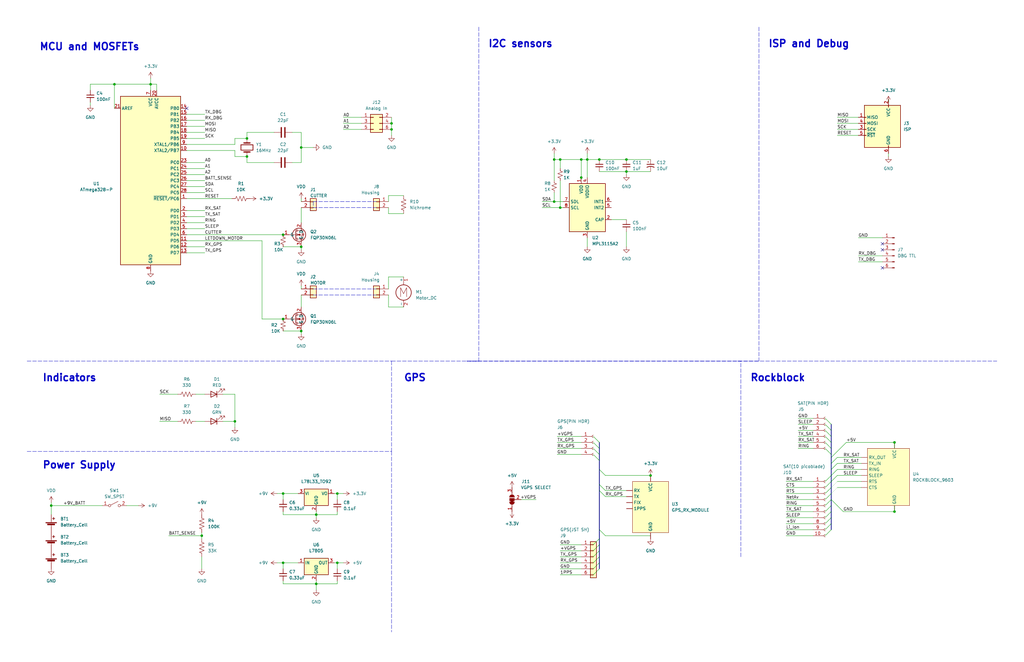
<source format=kicad_sch>
(kicad_sch (version 20211123) (generator eeschema)
  (paper "B")
  (title_block (title "${TITLE}") (date "2022-09-22") (rev "1") (company "Designed for the National Severe Storms Laboratory by Douglas Kennedy") (comment 1 "GPS and pressure sensors for geofencing, launch detection, and flight termination") (comment 2 "Rockblock satellite communicator interface for remote triggering and device configuration"))
  (junction (at 119.38 134.62))
  (junction (at 127 139.7))
  (junction (at 142.24 237.49))
  (junction (at 252.73 67.31))
  (junction (at 264.16 67.31))
  (junction (at 85.09 226.06))
  (junction (at 377.19 215.9))
  (junction (at 119.38 237.49))
  (junction (at 236.22 67.31))
  (junction (at 236.22 87.63))
  (junction (at 274.32 200.66))
  (junction (at 264.16 72.39))
  (junction (at 377.19 186.69))
  (junction (at 21.59 213.36))
  (junction (at 48.26 35.56))
  (junction (at 165.1 52.07))
  (junction (at 104.14 58.42))
  (junction (at 142.24 208.28))
  (junction (at 133.35 246.38))
  (junction (at 133.35 217.17))
  (junction (at 233.68 85.09))
  (junction (at 247.65 67.31))
  (junction (at 245.11 74.93))
  (junction (at 119.38 99.06))
  (junction (at 165.1 54.61))
  (junction (at 99.06 177.8))
  (junction (at 104.14 66.04))
  (junction (at 127 62.23))
  (junction (at 119.38 208.28))
  (junction (at 245.11 67.31))
  (junction (at 63.5 35.56))
  (junction (at 233.68 67.31))
  (junction (at 127 104.14))
  (no_connect (at 372.11 113.03))
  (no_connect (at 372.11 105.41))
  (no_connect (at 372.11 102.87))
  (no_connect (at 78.74 45.72))
  (bus_entry (at 347.98 205.74) (size 2.54 -2.54))
  (bus_entry (at 347.98 203.2) (size 2.54 -2.54))
  (bus_entry (at 347.98 220.98) (size 2.54 -2.54))
  (bus_entry (at 347.98 223.52) (size 2.54 -2.54))
  (bus_entry (at 347.98 226.06) (size 2.54 -2.54))
  (bus_entry (at 347.98 213.36) (size 2.54 -2.54))
  (bus_entry (at 347.98 215.9) (size 2.54 -2.54))
  (bus_entry (at 347.98 218.44) (size 2.54 -2.54))
  (bus_entry (at 347.98 208.28) (size 2.54 -2.54))
  (bus_entry (at 347.98 210.82) (size 2.54 -2.54))
  (bus_entry (at 350.52 210.82) (size 2.54 2.54))
  (bus_entry (at 350.52 200.66) (size 2.54 -2.54))
  (bus_entry (at 350.52 203.2) (size 2.54 -2.54))
  (bus_entry (at 347.98 189.23) (size 2.54 2.54))
  (bus_entry (at 347.98 176.53) (size 2.54 2.54))
  (bus_entry (at 347.98 181.61) (size 2.54 2.54))
  (bus_entry (at 347.98 179.07) (size 2.54 2.54))
  (bus_entry (at 347.98 184.15) (size 2.54 2.54))
  (bus_entry (at 347.98 186.69) (size 2.54 2.54))
  (bus_entry (at 350.52 198.12) (size 2.54 -2.54))
  (bus_entry (at 350.52 193.04) (size 2.54 -2.54))
  (bus_entry (at 350.52 195.58) (size 2.54 -2.54))
  (bus_entry (at 350.52 208.28) (size 2.54 -2.54) (stroke (width 0) (type dot)))
  (bus_entry (at 350.52 205.74) (size 2.54 -2.54) (stroke (width 0) (type dot)))
  (bus_entry (at 250.19 229.87) (size 2.54 -2.54))
  (bus_entry (at 250.19 232.41) (size 2.54 -2.54))
  (bus_entry (at 250.19 234.95) (size 2.54 -2.54))
  (bus_entry (at 250.19 237.49) (size 2.54 -2.54))
  (bus_entry (at 250.19 242.57) (size 2.54 -2.54))
  (bus_entry (at 250.19 240.03) (size 2.54 -2.54))
  (bus_entry (at 353.06 213.36) (size 2.54 2.54))
  (bus_entry (at 255.27 207.01) (size -2.54 -2.54))
  (bus_entry (at 255.27 209.55) (size -2.54 -2.54))
  (bus_entry (at 255.27 226.06) (size -2.54 -2.54))
  (bus_entry (at 255.27 200.66) (size -2.54 -2.54))
  (bus_entry (at 250.19 189.23) (size 2.54 2.54))
  (bus_entry (at 250.19 186.69) (size 2.54 2.54))
  (bus_entry (at 250.19 191.77) (size 2.54 2.54))
  (bus_entry (at 250.19 184.15) (size 2.54 2.54))
  (polyline (pts (xy 201.93 152.4) (xy 196.85 152.4)))
  (wire (pts (xy 236.22 87.63) (xy 237.49 87.63)))
  (wire (pts (xy 233.68 85.09) (xy 237.49 85.09)))
  (wire (pts (xy 63.5 35.56) (xy 66.04 35.56)))
  (polyline (pts (xy 132.08 121.92) (xy 158.75 121.92)))
  (bus (pts (xy 350.52 200.66) (xy 350.52 203.2)))
  (wire (pts (xy 257.81 92.71) (xy 264.16 92.71)))
  (wire (pts (xy 163.83 121.92) (xy 163.83 116.84)))
  (wire (pts (xy 78.74 48.26) (xy 86.36 48.26)))
  (wire (pts (xy 104.14 58.42) (xy 99.06 58.42)))
  (wire (pts (xy 264.16 97.79) (xy 264.16 104.14)))
  (polyline (pts (xy 196.85 152.4) (xy 320.04 152.4)))
  (wire (pts (xy 82.55 166.37) (xy 86.36 166.37)))
  (wire (pts (xy 353.06 49.53) (xy 361.95 49.53)))
  (wire (pts (xy 78.74 53.34) (xy 86.36 53.34)))
  (wire (pts (xy 245.11 67.31) (xy 247.65 67.31)))
  (wire (pts (xy 119.38 237.49) (xy 119.38 240.03)))
  (wire (pts (xy 264.16 72.39) (xy 274.32 72.39)))
  (wire (pts (xy 234.95 184.15) (xy 245.11 184.15)))
  (wire (pts (xy 53.34 213.36) (xy 58.42 213.36)))
  (polyline (pts (xy 11.43 152.4) (xy 165.1 152.4)))
  (bus (pts (xy 252.73 232.41) (xy 252.73 234.95)))
  (bus (pts (xy 252.73 194.31) (xy 252.73 198.12)))
  (wire (pts (xy 127 139.7) (xy 127 140.97)))
  (wire (pts (xy 255.27 200.66) (xy 274.32 200.66)))
  (wire (pts (xy 21.59 213.36) (xy 43.18 213.36)))
  (wire (pts (xy 163.83 90.17) (xy 170.18 90.17)))
  (wire (pts (xy 165.1 54.61) (xy 165.1 57.15)))
  (wire (pts (xy 127 105.41) (xy 127 104.14)))
  (wire (pts (xy 78.74 91.44) (xy 86.36 91.44)))
  (wire (pts (xy 236.22 242.57) (xy 245.11 242.57)))
  (wire (pts (xy 110.49 101.6) (xy 110.49 134.62)))
  (wire (pts (xy 104.14 55.88) (xy 115.57 55.88)))
  (wire (pts (xy 63.5 35.56) (xy 63.5 38.1)))
  (bus (pts (xy 350.52 189.23) (xy 350.52 191.77)))
  (wire (pts (xy 331.47 203.2) (xy 342.9 203.2)))
  (wire (pts (xy 142.24 208.28) (xy 140.97 208.28)))
  (bus (pts (xy 252.73 223.52) (xy 252.73 227.33)))
  (wire (pts (xy 78.74 78.74) (xy 86.36 78.74)))
  (wire (pts (xy 233.68 81.28) (xy 233.68 85.09)))
  (wire (pts (xy 78.74 68.58) (xy 86.36 68.58)))
  (wire (pts (xy 361.95 110.49) (xy 372.11 110.49)))
  (wire (pts (xy 133.35 215.9) (xy 133.35 217.17)))
  (wire (pts (xy 119.38 237.49) (xy 125.73 237.49)))
  (wire (pts (xy 255.27 226.06) (xy 274.32 226.06)))
  (bus (pts (xy 350.52 181.61) (xy 350.52 184.15)))
  (bus (pts (xy 350.52 195.58) (xy 350.52 198.12)))
  (wire (pts (xy 116.84 208.28) (xy 119.38 208.28)))
  (polyline (pts (xy 165.1 190.5) (xy 165.1 266.7)))
  (wire (pts (xy 353.06 195.58) (xy 363.22 195.58)))
  (wire (pts (xy 78.74 76.2) (xy 86.36 76.2)))
  (wire (pts (xy 331.47 220.98) (xy 342.9 220.98)))
  (wire (pts (xy 234.95 186.69) (xy 245.11 186.69)))
  (polyline (pts (xy 312.42 234.95) (xy 312.42 152.4)))
  (wire (pts (xy 163.83 116.84) (xy 170.18 116.84)))
  (polyline (pts (xy 132.08 124.46) (xy 158.75 124.46)))
  (wire (pts (xy 255.27 209.55) (xy 264.16 209.55)))
  (wire (pts (xy 353.06 203.2) (xy 363.22 203.2)))
  (wire (pts (xy 78.74 60.96) (xy 99.06 60.96)))
  (wire (pts (xy 127 124.46) (xy 127 129.54)))
  (wire (pts (xy 123.19 68.58) (xy 127 68.58)))
  (wire (pts (xy 163.83 87.63) (xy 163.83 90.17)))
  (wire (pts (xy 247.65 100.33) (xy 247.65 104.14)))
  (wire (pts (xy 361.95 100.33) (xy 372.11 100.33)))
  (polyline (pts (xy 201.93 11.43) (xy 201.93 152.4)))
  (wire (pts (xy 21.59 213.36) (xy 21.59 217.17)))
  (wire (pts (xy 252.73 72.39) (xy 264.16 72.39)))
  (bus (pts (xy 252.73 189.23) (xy 252.73 191.77)))
  (bus (pts (xy 252.73 234.95) (xy 252.73 237.49)))
  (wire (pts (xy 361.95 107.95) (xy 372.11 107.95)))
  (wire (pts (xy 247.65 64.77) (xy 247.65 67.31)))
  (wire (pts (xy 331.47 205.74) (xy 342.9 205.74)))
  (wire (pts (xy 331.47 215.9) (xy 342.9 215.9)))
  (wire (pts (xy 78.74 96.52) (xy 86.36 96.52)))
  (wire (pts (xy 38.1 38.1) (xy 38.1 35.56)))
  (wire (pts (xy 264.16 67.31) (xy 274.32 67.31)))
  (bus (pts (xy 350.52 179.07) (xy 350.52 181.61)))
  (wire (pts (xy 48.26 35.56) (xy 48.26 45.72)))
  (wire (pts (xy 342.9 210.82) (xy 331.47 210.82)))
  (wire (pts (xy 236.22 237.49) (xy 245.11 237.49)))
  (wire (pts (xy 133.35 218.44) (xy 133.35 217.17)))
  (bus (pts (xy 350.52 193.04) (xy 350.52 195.58)))
  (polyline (pts (xy 165.1 152.4) (xy 420.37 152.4)))
  (wire (pts (xy 234.95 189.23) (xy 245.11 189.23)))
  (wire (pts (xy 144.78 208.28) (xy 142.24 208.28)))
  (wire (pts (xy 236.22 76.2) (xy 236.22 87.63)))
  (wire (pts (xy 142.24 237.49) (xy 140.97 237.49)))
  (wire (pts (xy 233.68 76.2) (xy 233.68 67.31)))
  (wire (pts (xy 144.78 49.53) (xy 152.4 49.53)))
  (wire (pts (xy 78.74 50.8) (xy 86.36 50.8)))
  (wire (pts (xy 110.49 134.62) (xy 119.38 134.62)))
  (wire (pts (xy 99.06 63.5) (xy 99.06 66.04)))
  (wire (pts (xy 331.47 226.06) (xy 342.9 226.06)))
  (bus (pts (xy 252.73 229.87) (xy 252.73 232.41)))
  (wire (pts (xy 353.06 205.74) (xy 363.22 205.74)))
  (bus (pts (xy 350.52 198.12) (xy 350.52 200.66)))
  (wire (pts (xy 127 83.82) (xy 127 85.09)))
  (wire (pts (xy 245.11 74.93) (xy 245.11 76.2)))
  (wire (pts (xy 236.22 67.31) (xy 245.11 67.31)))
  (wire (pts (xy 38.1 43.18) (xy 38.1 44.45)))
  (wire (pts (xy 144.78 237.49) (xy 142.24 237.49)))
  (wire (pts (xy 119.38 215.9) (xy 119.38 217.17)))
  (bus (pts (xy 350.52 210.82) (xy 350.52 213.36)))
  (wire (pts (xy 236.22 67.31) (xy 236.22 71.12)))
  (bus (pts (xy 252.73 191.77) (xy 252.73 194.31)))
  (polyline (pts (xy 132.08 85.09) (xy 158.75 85.09)))
  (wire (pts (xy 353.06 190.5) (xy 356.87 186.69)))
  (wire (pts (xy 99.06 66.04) (xy 104.14 66.04)))
  (bus (pts (xy 252.73 207.01) (xy 252.73 223.52)))
  (wire (pts (xy 78.74 63.5) (xy 99.06 63.5)))
  (wire (pts (xy 99.06 166.37) (xy 99.06 177.8)))
  (wire (pts (xy 104.14 66.04) (xy 104.14 68.58)))
  (wire (pts (xy 355.6 215.9) (xy 377.19 215.9)))
  (wire (pts (xy 93.98 177.8) (xy 99.06 177.8)))
  (polyline (pts (xy 165.1 152.4) (xy 165.1 190.5)))
  (wire (pts (xy 67.31 177.8) (xy 74.93 177.8)))
  (wire (pts (xy 342.9 208.28) (xy 331.47 208.28)))
  (wire (pts (xy 142.24 208.28) (xy 142.24 210.82)))
  (wire (pts (xy 331.47 213.36) (xy 342.9 213.36)))
  (wire (pts (xy 78.74 71.12) (xy 86.36 71.12)))
  (wire (pts (xy 85.09 240.03) (xy 85.09 234.95)))
  (wire (pts (xy 66.04 35.56) (xy 66.04 38.1)))
  (wire (pts (xy 236.22 229.87) (xy 245.11 229.87)))
  (wire (pts (xy 342.9 184.15) (xy 336.55 184.15)))
  (bus (pts (xy 252.73 204.47) (xy 252.73 207.01)))
  (wire (pts (xy 116.84 237.49) (xy 119.38 237.49)))
  (wire (pts (xy 99.06 177.8) (xy 99.06 180.34)))
  (wire (pts (xy 353.06 52.07) (xy 361.95 52.07)))
  (wire (pts (xy 353.06 198.12) (xy 363.22 198.12)))
  (wire (pts (xy 233.68 64.77) (xy 233.68 67.31)))
  (wire (pts (xy 85.09 227.33) (xy 85.09 226.06)))
  (wire (pts (xy 374.65 41.91) (xy 374.65 43.18)))
  (wire (pts (xy 331.47 218.44) (xy 342.9 218.44)))
  (wire (pts (xy 377.19 186.69) (xy 377.19 189.23)))
  (bus (pts (xy 350.52 205.74) (xy 350.52 208.28)))
  (wire (pts (xy 336.55 189.23) (xy 342.9 189.23)))
  (wire (pts (xy 119.38 246.38) (xy 133.35 246.38)))
  (wire (pts (xy 38.1 35.56) (xy 48.26 35.56)))
  (wire (pts (xy 133.35 217.17) (xy 142.24 217.17)))
  (wire (pts (xy 127 62.23) (xy 127 68.58)))
  (wire (pts (xy 119.38 208.28) (xy 125.73 208.28)))
  (bus (pts (xy 350.52 191.77) (xy 350.52 193.04)))
  (wire (pts (xy 336.55 176.53) (xy 342.9 176.53)))
  (wire (pts (xy 104.14 58.42) (xy 104.14 55.88)))
  (wire (pts (xy 127 87.63) (xy 127 93.98)))
  (wire (pts (xy 353.06 193.04) (xy 363.22 193.04)))
  (wire (pts (xy 374.65 64.77) (xy 374.65 66.04)))
  (wire (pts (xy 21.59 212.09) (xy 21.59 213.36)))
  (wire (pts (xy 255.27 207.01) (xy 264.16 207.01)))
  (polyline (pts (xy 132.08 85.09) (xy 132.08 87.63)))
  (wire (pts (xy 78.74 99.06) (xy 119.38 99.06)))
  (wire (pts (xy 336.55 181.61) (xy 342.9 181.61)))
  (wire (pts (xy 233.68 67.31) (xy 236.22 67.31)))
  (wire (pts (xy 236.22 240.03) (xy 245.11 240.03)))
  (wire (pts (xy 78.74 55.88) (xy 86.36 55.88)))
  (wire (pts (xy 228.6 87.63) (xy 236.22 87.63)))
  (wire (pts (xy 82.55 177.8) (xy 86.36 177.8)))
  (wire (pts (xy 336.55 186.69) (xy 342.9 186.69)))
  (wire (pts (xy 85.09 226.06) (xy 85.09 224.79)))
  (wire (pts (xy 133.35 245.11) (xy 133.35 246.38)))
  (wire (pts (xy 119.38 208.28) (xy 119.38 210.82)))
  (wire (pts (xy 163.83 82.55) (xy 170.18 82.55)))
  (wire (pts (xy 236.22 232.41) (xy 245.11 232.41)))
  (wire (pts (xy 119.38 104.14) (xy 127 104.14)))
  (wire (pts (xy 78.74 101.6) (xy 110.49 101.6)))
  (wire (pts (xy 93.98 166.37) (xy 99.06 166.37)))
  (wire (pts (xy 142.24 237.49) (xy 142.24 240.03)))
  (wire (pts (xy 353.06 200.66) (xy 363.22 200.66)))
  (wire (pts (xy 78.74 106.68) (xy 86.36 106.68)))
  (bus (pts (xy 350.52 220.98) (xy 350.52 223.52)))
  (wire (pts (xy 78.74 83.82) (xy 97.79 83.82)))
  (wire (pts (xy 163.83 129.54) (xy 163.83 124.46)))
  (wire (pts (xy 78.74 93.98) (xy 86.36 93.98)))
  (wire (pts (xy 142.24 245.11) (xy 142.24 246.38)))
  (wire (pts (xy 119.38 139.7) (xy 127 139.7)))
  (wire (pts (xy 245.11 67.31) (xy 245.11 74.93)))
  (bus (pts (xy 252.73 237.49) (xy 252.73 240.03)))
  (polyline (pts (xy 11.43 190.5) (xy 165.1 190.5)))
  (wire (pts (xy 123.19 55.88) (xy 127 55.88)))
  (wire (pts (xy 353.06 54.61) (xy 361.95 54.61)))
  (bus (pts (xy 252.73 198.12) (xy 252.73 204.47)))
  (polyline (pts (xy 312.42 152.4) (xy 311.15 152.4)))
  (bus (pts (xy 350.52 184.15) (xy 350.52 186.69)))
  (wire (pts (xy 99.06 58.42) (xy 99.06 60.96)))
  (wire (pts (xy 78.74 73.66) (xy 86.36 73.66)))
  (wire (pts (xy 144.78 54.61) (xy 152.4 54.61)))
  (wire (pts (xy 252.73 67.31) (xy 264.16 67.31)))
  (wire (pts (xy 247.65 67.31) (xy 252.73 67.31)))
  (wire (pts (xy 356.87 186.69) (xy 377.19 186.69)))
  (wire (pts (xy 104.14 68.58) (xy 115.57 68.58)))
  (wire (pts (xy 331.47 223.52) (xy 342.9 223.52)))
  (wire (pts (xy 264.16 72.39) (xy 264.16 73.66)))
  (bus (pts (xy 350.52 208.28) (xy 350.52 210.82)))
  (bus (pts (xy 350.52 218.44) (xy 350.52 220.98)))
  (wire (pts (xy 247.65 67.31) (xy 247.65 74.93)))
  (bus (pts (xy 350.52 186.69) (xy 350.52 189.23)))
  (wire (pts (xy 127 62.23) (xy 132.08 62.23)))
  (wire (pts (xy 48.26 35.56) (xy 63.5 35.56)))
  (wire (pts (xy 165.1 49.53) (xy 165.1 52.07)))
  (bus (pts (xy 350.52 213.36) (xy 350.52 215.9)))
  (wire (pts (xy 170.18 129.54) (xy 163.83 129.54)))
  (wire (pts (xy 228.6 85.09) (xy 233.68 85.09)))
  (wire (pts (xy 234.95 191.77) (xy 245.11 191.77)))
  (wire (pts (xy 133.35 246.38) (xy 142.24 246.38)))
  (wire (pts (xy 336.55 179.07) (xy 342.9 179.07)))
  (bus (pts (xy 252.73 186.69) (xy 252.73 189.23)))
  (wire (pts (xy 377.19 213.36) (xy 377.19 215.9)))
  (wire (pts (xy 127 55.88) (xy 127 62.23)))
  (wire (pts (xy 67.31 166.37) (xy 74.93 166.37)))
  (wire (pts (xy 163.83 85.09) (xy 163.83 82.55)))
  (wire (pts (xy 119.38 217.17) (xy 133.35 217.17)))
  (wire (pts (xy 353.06 57.15) (xy 361.95 57.15)))
  (wire (pts (xy 78.74 81.28) (xy 86.36 81.28)))
  (bus (pts (xy 350.52 203.2) (xy 350.52 205.74)))
  (wire (pts (xy 236.22 234.95) (xy 245.11 234.95)))
  (wire (pts (xy 142.24 217.17) (xy 142.24 215.9)))
  (wire (pts (xy 219.71 210.82) (xy 226.06 210.82)))
  (wire (pts (xy 144.78 52.07) (xy 152.4 52.07)))
  (bus (pts (xy 350.52 215.9) (xy 350.52 218.44)))
  (polyline (pts (xy 320.04 11.43) (xy 320.04 152.4)))
  (wire (pts (xy 119.38 245.11) (xy 119.38 246.38)))
  (wire (pts (xy 63.5 33.02) (xy 63.5 35.56)))
  (polyline (pts (xy 132.08 87.63) (xy 158.75 87.63)))
  (wire (pts (xy 78.74 58.42) (xy 86.36 58.42)))
  (wire (pts (xy 165.1 52.07) (xy 165.1 54.61)))
  (wire (pts (xy 133.35 246.38) (xy 133.35 248.92)))
  (wire (pts (xy 78.74 104.14) (xy 86.36 104.14)))
  (wire (pts (xy 78.74 88.9) (xy 86.36 88.9)))
  (wire (pts (xy 127 120.65) (xy 127 121.92)))
  (bus (pts (xy 252.73 227.33) (xy 252.73 229.87)))
  (wire (pts (xy 71.12 226.06) (xy 85.09 226.06)))
  (text "GPS" (at 170.18 161.29 0) (effects (font (size 3 3) bold) (justify left bottom)))
  (text "ISP and Debug" (at 323.85 20.32 0) (effects (font (size 3 3) bold) (justify left bottom)))
  (text "Power Supply" (at 17.78 198.12 0) (effects (font (size 3 3) (thickness 0.6) bold) (justify left bottom)))
  (text "I2C sensors" (at 205.74 20.32 0) (effects (font (size 3 3) bold) (justify left bottom)))
  (text "Indicators" (at 17.78 161.29 0) (effects (font (size 3 3) (thickness 0.6) bold) (justify left bottom)))
  (text "Rockblock" (at 316.23 161.29 0) (effects (font (size 3 3) bold) (justify left bottom)))
  (text "MCU and MOSFETs" (at 16.51 21.59 0) (effects (font (size 3 3) bold) (justify left bottom)))
  (label "SLEEP" (at 86.36 96.52 0))
  (label "TX_GPS" (at 86.36 106.68 0))
  (label "SLEEP" (at 336.55 179.07 0))
  (label "NetAv" (at 331.47 210.82 0))
  (label "BATT_SENSE" (at 86.36 76.2 0))
  (label "RING" (at 355.6 198.12 0))
  (label "TX_GPS" (at 255.27 207.01 0))
  (label "TX_SAT" (at 86.36 91.44 0))
  (label "TX_DBG" (at 361.95 110.49 0))
  (label "MOSI" (at 353.06 52.07 0))
  (label "1PPS" (at 236.22 242.57 0))
  (label "MISO" (at 353.06 49.53 0))
  (label "SCL" (at 228.6 87.63 0))
  (label "+VGPS" (at 226.06 210.82 180))
  (label "SCK" (at 86.36 58.42 0))
  (label "RX_SAT" (at 355.6 193.04 0))
  (label "SCK" (at 67.31 166.37 0))
  (label "SDA" (at 86.36 78.74 0))
  (label "+VGPS" (at 234.95 184.15 0))
  (label "BATT_SENSE" (at 71.12 226.06 0))
  (label "TX_GPS" (at 236.22 234.95 0))
  (label "SCK" (at 353.06 54.61 0))
  (label "A2" (at 86.36 73.66 0))
  (label "GND" (at 336.55 176.53 0))
  (label "GND" (at 355.6 215.9 0))
  (label "Li_Ion" (at 331.47 223.52 0))
  (label "+5V" (at 331.47 220.98 0))
  (label "LETDOWN_MOTOR" (at 86.36 101.6 0))
  (label "RX_SAT" (at 331.47 203.2 0))
  (label "GND" (at 236.22 240.03 0))
  (label "RX_GPS" (at 86.36 104.14 0))
  (label "RX_GPS" (at 236.22 237.49 0))
  (label "TX_GPS" (at 234.95 186.69 0))
  (label "RTS" (at 331.47 208.28 0))
  (label "TX_SAT" (at 355.6 195.58 0))
  (label "RING" (at 86.36 93.98 0))
  (label "CTS" (at 331.47 205.74 0))
  (label "+VGPS" (at 236.22 232.41 0))
  (label "RX_DBG" (at 86.36 50.8 0))
  (label "MOSI" (at 86.36 53.34 0))
  (label "RX_GPS" (at 234.95 189.23 0))
  (label "RING" (at 336.55 189.23 0))
  (label "RESET" (at 86.36 83.82 0))
  (label "TX_DBG" (at 86.36 48.26 0))
  (label "RX_SAT" (at 86.36 88.9 0))
  (label "RX_GPS" (at 255.27 209.55 0))
  (label "RESET" (at 353.06 57.15 0))
  (label "A2" (at 144.78 54.61 0))
  (label "A0" (at 144.78 49.53 0))
  (label "SLEEP" (at 331.47 218.44 0))
  (label "SDA" (at 228.6 85.09 0))
  (label "MISO" (at 67.31 177.8 0))
  (label "RX_SAT" (at 336.55 186.69 0))
  (label "TX_SAT" (at 336.55 184.15 0))
  (label "+9V_BATT" (at 26.67 213.36 0))
  (label "TX_SAT" (at 331.47 215.9 0))
  (label "+5V" (at 336.55 181.61 0))
  (label "RING" (at 331.47 213.36 0))
  (label "GND" (at 361.95 100.33 0))
  (label "A1" (at 86.36 71.12 0))
  (label "GND" (at 236.22 229.87 0))
  (label "CUTTER" (at 86.36 99.06 0))
  (label "SLEEP" (at 355.6 200.66 0))
  (label "MISO" (at 86.36 55.88 0))
  (label "RX_DBG" (at 361.95 107.95 0))
  (label "+5V" (at 356.87 186.69 0))
  (label "GND" (at 234.95 191.77 0))
  (label "GND" (at 331.47 226.06 0))
  (label "A0" (at 86.36 68.58 0))
  (label "SCL" (at 86.36 81.28 0))
  (label "A1" (at 144.78 52.07 0))
  (symbol (lib_id "power:GND") (at 133.35 218.44 0) (unit 1)
    (property "Reference" "#PWR0109" (effects hide))
    (property "Value" "GND" (at 133.35 223.52 0))
  )
  (symbol (lib_id "power:+3.3V") (at 144.78 208.28 270) (unit 1)
    (property "Reference" "#PWR0106" (effects hide))
    (property "Value" "+3.3V" (at 148.59 208.2799 90) (effects (justify left)))
  )
  (symbol (lib_id "power:GND") (at 99.06 180.34 0) (unit 1)
    (property "Reference" "#PWR0121" (effects hide))
    (property "Value" "GND" (at 99.06 185.42 0))
  )
  (symbol (lib_id "Connector:Conn_01x06_Male") (at 377.19 105.41 0) (mirror y) (unit 1)
    (property "Reference" "J7" (at 378.46 105.4099 0) (effects (justify right)))
    (property "Value" "DBG TTL" (at 378.46 107.9499 0) (effects (justify right)))
    (property "Footprint" "Connector_PinHeader_2.54mm:PinHeader_1x06_P2.54mm_Vertical" (effects hide))
  )
  (symbol (lib_id "power:VDD") (at 127 83.82 0) (unit 1)
    (property "Reference" "#PWR0102" (effects hide))
    (property "Value" "VDD" (at 127 78.74 0))
  )
  (symbol (lib_id "power:GND") (at 274.32 227.33 0) (unit 1)
    (property "Reference" "#PWR0113" (effects hide))
    (property "Value" "GND" (at 274.32 232.41 0))
  )
  (symbol (lib_id "Device:R_Small_US") (at 236.22 73.66 180) (unit 1)
    (property "Reference" "R9" (at 237.5687 72.4251 0) (effects (justify right)))
    (property "Value" "1K" (at 237.5687 74.9651 0) (effects (justify right)))
    (property "Footprint" "Resistor_THT:R_Axial_DIN0204_L3.6mm_D1.6mm_P7.62mm_Horizontal" (effects hide))
  )
  (symbol (lib_id "Device:C") (at 119.38 68.58 90) (unit 1)
    (property "Reference" "C2" (at 119.38 60.96 90))
    (property "Value" "22pF" (at 119.38 63.5 90))
    (property "Footprint" "Capacitor_THT:C_Disc_D4.7mm_W2.5mm_P5.00mm" (effects hide))
    (property "Datasheet" "https://www.farnell.com/datasheets/2873573.pdf" (effects hide))
  )
  (symbol (lib_id "Connector_Generic:Conn_01x02") (at 132.08 85.09 0) (unit 1)
    (property "Reference" "J1" (at 130.81 80.01 0) (effects (justify left)))
    (property "Value" "CUTTER" (at 130.81 82.55 0) (effects (justify left)))
    (property "Footprint" "Connector_JST:JST_XH_B2B-XH-A_1x02_P2.50mm_Vertical" (effects hide))
  )
  (symbol (lib_id "Device:R_Small_US") (at 233.68 78.74 180) (unit 1)
    (property "Reference" "R8" (at 229.5403 77.4117 0) (effects (justify right)))
    (property "Value" "1K" (at 229.5403 79.9517 0) (effects (justify right)))
    (property "Footprint" "Resistor_THT:R_Axial_DIN0204_L3.6mm_D1.6mm_P7.62mm_Horizontal" (effects hide))
  )
  (symbol (lib_id "Jumper:SolderJumper_3_Bridged12") (at 215.9 210.82 90) (unit 1)
    (property "Reference" "J11" (at 223.52 203.2 90) (effects (justify left)))
    (property "Value" "VGPS SELECT" (at 232.41 205.74 90) (effects (justify left)))
    (property "Footprint" "Jumper:SolderJumper-3_P1.3mm_Bridged12_RoundedPad1.0x1.5mm" (effects hide))
  )
  (symbol (lib_id "power:+3.3V") (at 105.41 83.82 270) (unit 1)
    (property "Reference" "#PWR03" (effects hide))
    (property "Value" "+3.3V" (at 109.2041 83.8199 90) (effects (justify left)))
  )
  (symbol (lib_id "Connector_Generic:Conn_01x02") (at 132.08 121.92 0) (unit 1)
    (property "Reference" "J2" (at 130.81 116.84 0) (effects (justify left)))
    (property "Value" "MOTOR" (at 130.81 119.38 0) (effects (justify left)))
    (property "Footprint" "Connector_JST:JST_XH_B2B-XH-A_1x02_P2.50mm_Vertical" (effects hide))
  )
  (symbol (lib_id "Device:R_US") (at 85.09 220.98 0) (unit 1)
    (property "Reference" "R4" (at 87.63 219.7099 0) (effects (justify left)))
    (property "Value" "100K" (at 87.63 222.2499 0) (effects (justify left)))
    (property "Footprint" "Resistor_THT:R_Axial_DIN0204_L3.6mm_D1.6mm_P7.62mm_Horizontal" (effects hide))
  )
  (symbol (lib_id "Switch:SW_SPST") (at 48.26 213.36 0) (unit 1)
    (property "Reference" "SW1" (at 48.26 207.01 0))
    (property "Value" "SW_SPST" (at 48.26 209.55 0))
    (property "Footprint" "Connector_JST:JST_XH_B2B-XH-A_1x02_P2.50mm_Vertical" (effects hide))
  )
  (symbol (lib_id "Device:C_Small") (at 142.24 213.36 180) (unit 1)
    (property "Reference" "C8" (at 144.78 212.0835 0) (effects (justify right)))
    (property "Value" "0.1uF" (at 144.78 214.6235 0) (effects (justify right)))
    (property "Footprint" "Capacitor_THT:C_Axial_L5.1mm_D3.1mm_P7.50mm_Horizontal" (effects hide))
  )
  (symbol (lib_id "Doug_symbol_library:FQP30N06L") (at 125.73 99.06 0) (unit 1)
    (property "Reference" "Q2" (at 130.81 97.7899 0) (effects (justify left)))
    (property "Value" "FQP30N06L" (at 130.81 100.3299 0) (effects (justify left)))
    (property "Footprint" "Package_TO_SOT_THT:TO-220-3_Horizontal_TabDown" (effects hide))
  )
  (symbol (lib_id "Connector_Generic:Conn_01x02") (at 158.75 121.92 0) (mirror y) (unit 1) (in_bom no) (on_board no)
    (property "Reference" "J4" (at 158.75 115.57 0))
    (property "Value" "Housing" (at 156.21 118.11 0))
  )
  (symbol (lib_id "Device:C_Small") (at 252.73 69.85 0) (unit 1)
    (property "Reference" "C10" (at 255.27 68.5862 0) (effects (justify left)))
    (property "Value" "100nF" (at 255.27 71.1262 0) (effects (justify left)))
    (property "Footprint" "Capacitor_THT:C_Axial_L5.1mm_D3.1mm_P7.50mm_Horizontal" (effects hide))
  )
  (symbol (lib_id "power:VDD") (at 127 120.65 0) (unit 1)
    (property "Reference" "#PWR0101" (effects hide))
    (property "Value" "VDD" (at 127 115.57 0))
  )
  (symbol (lib_id "Device:R_US") (at 170.18 86.36 0) (unit 1) (in_bom no) (on_board no)
    (property "Reference" "R10" (at 172.72 85.0899 0) (effects (justify left)))
    (property "Value" "Nichrome" (at 172.72 87.6299 0) (effects (justify left)))
  )
  (symbol (lib_id "Device:R_US") (at 85.09 231.14 0) (unit 1)
    (property "Reference" "R5" (at 87.63 229.8699 0) (effects (justify left)))
    (property "Value" "33K" (at 87.63 232.4099 0) (effects (justify left)))
    (property "Footprint" "Resistor_THT:R_Axial_DIN0204_L3.6mm_D1.6mm_P7.62mm_Horizontal" (effects hide))
    (property "Datasheet" "Resistor_THT:R_Axial_DIN0309_L9.0mm_D3.2mm_P12.70mm_Horizontal" (effects hide))
  )
  (symbol (lib_id "power:GND") (at 127 105.41 0) (unit 1)
    (property "Reference" "#PWR05" (effects hide))
    (property "Value" "GND" (at 127 110.49 0))
  )
  (symbol (lib_id "Connector_Generic:Conn_01x02") (at 158.75 85.09 0) (mirror y) (unit 1) (in_bom no) (on_board no)
    (property "Reference" "J8" (at 158.75 78.74 0))
    (property "Value" "Housing" (at 156.21 81.28 0))
  )
  (symbol (lib_id "Device:Battery_Cell") (at 21.59 222.25 0) (unit 1)
    (property "Reference" "BT1" (at 25.4 218.9479 0) (effects (justify left)))
    (property "Value" "Battery_Cell" (at 25.4 221.4879 0) (effects (justify left)))
    (property "Footprint" "doug_Library:BatteryHolder_Keystone_1051_1xCR123A" (effects hide))
  )
  (symbol (lib_id "Device:C_Small") (at 119.38 213.36 180) (unit 1)
    (property "Reference" "C6" (at 121.92 212.0835 0) (effects (justify right)))
    (property "Value" "0.33uF" (at 121.92 214.6235 0) (effects (justify right)))
    (property "Footprint" "Capacitor_THT:C_Axial_L5.1mm_D3.1mm_P7.50mm_Horizontal" (effects hide))
    (property "Datasheet" "https://datasheets.kyocera-avx.com/spingrd.pdf" (effects hide))
  )
  (symbol (lib_id "power:+9V") (at 85.09 217.17 0) (unit 1)
    (property "Reference" "#PWR0110" (effects hide))
    (property "Value" "+9V" (at 85.09 212.09 0))
  )
  (symbol (lib_id "power:GND") (at 67.31 -54.61 0) (unit 1)
    (property "Reference" "#PWR0127" (effects hide))
    (property "Value" "GND" (at 67.31 -48.26 0))
  )
  (symbol (lib_id "power:GND") (at 264.16 73.66 0) (unit 1)
    (property "Reference" "#PWR0122" (effects hide))
    (property "Value" "GND" (at 264.16 78.74 0))
  )
  (symbol (lib_id "Device:C_Small") (at 264.16 69.85 0) (unit 1)
    (property "Reference" "C11" (at 266.7 68.5862 0) (effects (justify left)))
    (property "Value" "1uF" (at 266.7 71.1262 0) (effects (justify left)))
    (property "Footprint" "Capacitor_THT:C_Axial_L5.1mm_D3.1mm_P7.50mm_Horizontal" (effects hide))
    (property "Datasheet" "https://www.digikey.com/en/products/detail/kemet/C410C105K3R5TA/12701220" (effects hide))
  )
  (symbol (lib_id "power:+9V") (at 116.84 237.49 90) (unit 1)
    (property "Reference" "#PWR0105" (effects hide))
    (property "Value" "+9V" (at 113.03 237.4899 90) (effects (justify left)))
  )
  (symbol (lib_id "power:+3.3V") (at 63.5 33.02 0) (unit 1)
    (property "Reference" "#PWR01" (effects hide))
    (property "Value" "+3.3V" (at 63.5 27.94 0))
  )
  (symbol (lib_id "Device:C_Small") (at 119.38 242.57 180) (unit 1)
    (property "Reference" "C7" (at 121.92 241.2935 0) (effects (justify right)))
    (property "Value" "0.33uF" (at 121.92 243.8335 0) (effects (justify right)))
    (property "Footprint" "Capacitor_THT:C_Axial_L5.1mm_D3.1mm_P7.50mm_Horizontal" (effects hide))
    (property "Datasheet" "https://datasheets.kyocera-avx.com/spingrd.pdf" (effects hide))
  )
  (symbol (lib_id "power:GND") (at 21.59 240.03 0) (unit 1)
    (property "Reference" "#PWR0103" (effects hide))
    (property "Value" "GND" (at 21.59 245.11 0))
  )
  (symbol (lib_id "Device:LED") (at 90.17 177.8 180) (unit 1)
    (property "Reference" "D2" (at 91.44 171.45 0))
    (property "Value" "GRN" (at 91.44 173.99 0))
    (property "Footprint" "LED_THT:LED_D3.0mm" (effects hide))
  )
  (symbol (lib_id "Device:R_US") (at 78.74 177.8 90) (unit 1)
    (property "Reference" "R7" (at 78.74 171.45 90))
    (property "Value" "330" (at 78.74 173.99 90))
    (property "Footprint" "Resistor_THT:R_Axial_DIN0204_L3.6mm_D1.6mm_P7.62mm_Horizontal" (effects hide))
  )
  (symbol (lib_id "power:VDD") (at 21.59 212.09 0) (unit 1)
    (property "Reference" "#PWR0114" (effects hide))
    (property "Value" "VDD" (at 21.59 207.01 0))
  )
  (symbol (lib_id "Motor:Motor_DC") (at 170.18 121.92 0) (unit 1) (on_board no)
    (property "Reference" "M1" (at 175.26 123.1899 0) (effects (justify left)))
    (property "Value" "Motor_DC" (at 175.26 125.7299 0) (effects (justify left)))
  )
  (symbol (lib_id "power:+3.3V") (at 247.65 64.77 0) (unit 1)
    (property "Reference" "#PWR0117" (effects hide))
    (property "Value" "+3.3V" (at 247.65 59.69 0))
  )
  (symbol (lib_id "power:GND") (at 63.5 114.3 0) (unit 1)
    (property "Reference" "#PWR02" (effects hide))
    (property "Value" "GND" (at 63.5 119.38 0))
  )
  (symbol (lib_id "MCU_Microchip_ATmega:ATmega328-P") (at 63.5 76.2 0) (unit 1)
    (property "Reference" "U1" (at 40.64 77.47 0))
    (property "Value" "ATmega328-P" (at 40.64 80.01 0))
    (property "Footprint" "Package_DIP:DIP-28_W7.62mm" (effects hide))
    (property "Datasheet" "http://ww1.microchip.com/downloads/en/DeviceDoc/ATmega328_P%20AVR%20MCU%20with%20picoPower%20Technology%20Data%20Sheet%2040001984A.pdf" (effects hide))
  )
  (symbol (lib_id "Device:R_Small_US") (at 119.38 137.16 0) (unit 1)
    (property "Reference" "R2" (at 114.3 137.16 0) (effects (justify left)))
    (property "Value" "10K" (at 114.3 139.7 0) (effects (justify left)))
    (property "Footprint" "Resistor_THT:R_Axial_DIN0204_L3.6mm_D1.6mm_P7.62mm_Horizontal" (effects hide))
  )
  (symbol (lib_id "power:+5V") (at 215.9 205.74 0) (unit 1)
    (property "Reference" "#PWR0120" (effects hide))
    (property "Value" "+5V" (at 215.9 200.66 0))
  )
  (symbol (lib_id "power:+3.3V") (at 233.68 64.77 0) (unit 1)
    (property "Reference" "#PWR07" (effects hide))
    (property "Value" "+3.3V" (at 233.68 59.69 0))
  )
  (symbol (lib_id "Device:R_Small_US") (at 119.38 101.6 0) (unit 1)
    (property "Reference" "R3" (at 115.57 102.87 0) (effects (justify left)))
    (property "Value" "10K" (at 115.57 105.41 0) (effects (justify left)))
    (property "Footprint" "Resistor_THT:R_Axial_DIN0204_L3.6mm_D1.6mm_P7.62mm_Horizontal" (effects hide))
  )
  (symbol (lib_id "power:GND") (at 165.1 57.15 0) (unit 1)
    (property "Reference" "#PWR0126" (effects hide))
    (property "Value" "GND" (at 165.1 62.23 0))
  )
  (symbol (lib_id "Device:C_Small") (at 38.1 40.64 0) (unit 1)
    (property "Reference" "C4" (at 40.64 39.3762 0) (effects (justify left)))
    (property "Value" "100nF" (at 40.64 41.9162 0) (effects (justify left)))
    (property "Footprint" "Capacitor_THT:C_Axial_L5.1mm_D3.1mm_P7.50mm_Horizontal" (effects hide))
    (property "Datasheet" "A104M15X7RF5TAA" (effects hide))
  )
  (symbol (lib_id "Device:Battery_Cell") (at 21.59 229.87 0) (unit 1)
    (property "Reference" "BT2" (at 25.4 226.5679 0) (effects (justify left)))
    (property "Value" "Battery_Cell" (at 25.4 229.1079 0) (effects (justify left)))
    (property "Footprint" "doug_Library:BatteryHolder_Keystone_1051_1xCR123A" (effects hide))
  )
  (symbol (lib_id "Device:C_Small") (at 264.16 95.25 0) (unit 1)
    (property "Reference" "C5" (at 266.7 93.9862 0) (effects (justify left)))
    (property "Value" "100nF" (at 266.7 96.5262 0) (effects (justify left)))
    (property "Footprint" "Capacitor_THT:C_Axial_L5.1mm_D3.1mm_P7.50mm_Horizontal" (effects hide))
  )
  (symbol (lib_id "power:GND") (at 247.65 104.14 0) (unit 1)
    (property "Reference" "#PWR08" (effects hide))
    (property "Value" "GND" (at 247.65 109.22 0))
  )
  (symbol (lib_id "Device:C") (at 119.38 55.88 90) (unit 1)
    (property "Reference" "C1" (at 119.38 48.26 90))
    (property "Value" "22pF" (at 119.38 50.8 90))
    (property "Footprint" "Capacitor_THT:C_Disc_D4.7mm_W2.5mm_P5.00mm" (effects hide))
    (property "Datasheet" "https://www.farnell.com/datasheets/2873573.pdf" (effects hide))
  )
  (symbol (lib_id "Sensor_Pressure:MPL3115A2") (at 247.65 87.63 0) (unit 1)
    (property "Reference" "U2" (at 249.6694 100.33 0) (effects (justify left)))
    (property "Value" "MPL3115A2" (at 249.6694 102.87 0) (effects (justify left)))
    (property "Footprint" "Package_LGA:NXP_LGA-8_3x5mm_P1.25mm_H1.1mm" (effects hide))
    (property "Datasheet" "https://www.nxp.com/docs/en/data-sheet/MPL3115A2.pdf" (effects hide))
  )
  (symbol (lib_id "power:GND") (at 133.35 248.92 0) (unit 1)
    (property "Reference" "#PWR0107" (effects hide))
    (property "Value" "GND" (at 133.35 254 0))
  )
  (symbol (lib_id "power:GND") (at 38.1 44.45 0) (unit 1)
    (property "Reference" "#PWR0119" (effects hide))
    (property "Value" "GND" (at 38.1 49.53 0))
  )
  (symbol (lib_id "Connector:Conn_01x10_Female") (at 347.98 213.36 0) (unit 1)
    (property "Reference" "J10" (at 330.2 199.39 0) (effects (justify left)))
    (property "Value" "SAT(10 picoblade)" (at 330.2 196.85 0) (effects (justify left)))
    (property "Footprint" "Connector_Molex:Molex_PicoBlade_53047-1010_1x10_P1.25mm_Vertical" (effects hide))
  )
  (symbol (lib_id "power:+9V") (at 116.84 208.28 90) (unit 1)
    (property "Reference" "#PWR0104" (effects hide))
    (property "Value" "+9V" (at 113.03 208.2799 90) (effects (justify left)))
  )
  (symbol (lib_id "Regulator_Linear:L78L33_TO92") (at 133.35 208.28 0) (unit 1)
    (property "Reference" "U5" (at 133.35 200.66 0))
    (property "Value" "L78L33_TO92" (at 133.35 203.2 0))
    (property "Footprint" "Package_TO_SOT_THT:TO-92_Inline" (effects hide))
    (property "Datasheet" "http://www.st.com/content/ccc/resource/technical/document/datasheet/15/55/e5/aa/23/5b/43/fd/CD00000446.pdf/files/CD00000446.pdf/jcr:content/translations/en.CD00000446.pdf" (effects hide))
  )
  (symbol (lib_id "Device:Crystal") (at 104.14 62.23 90) (unit 1)
    (property "Reference" "Y1" (at 107.9148 60.9599 90) (effects (justify right)))
    (property "Value" "16MHz" (at 107.9148 63.4999 90) (effects (justify right)))
    (property "Footprint" "Crystal:Crystal_HC49-4H_Vertical" (effects hide))
    (property "Datasheet" "https://www.mouser.com/datasheet/2/77/HC_49_U_S_E-1131675.pdf" (effects hide))
  )
  (symbol (lib_id "Regulator_Linear:L7805") (at 133.35 237.49 0) (unit 1)
    (property "Reference" "U6" (at 133.35 229.87 0))
    (property "Value" "L7805" (at 133.35 232.41 0))
    (property "Footprint" "Package_TO_SOT_THT:TO-220-3_Horizontal_TabDown" (effects hide))
    (property "Datasheet" "http://www.st.com/content/ccc/resource/technical/document/datasheet/41/4f/b3/b0/12/d4/47/88/CD00000444.pdf/files/CD00000444.pdf/jcr:content/translations/en.CD00000444.pdf" (effects hide))
  )
  (symbol (lib_id "power:GND") (at 374.65 66.04 0) (unit 1)
    (property "Reference" "#PWR0116" (effects hide))
    (property "Value" "GND" (at 374.65 71.12 0))
  )
  (symbol (lib_id "power:+3.3V") (at 374.65 43.18 0) (unit 1)
    (property "Reference" "#PWR0115" (effects hide))
    (property "Value" "+3.3V" (at 374.65 38.1 0))
  )
  (symbol (lib_id "Device:R_US") (at 78.74 166.37 90) (unit 1)
    (property "Reference" "R6" (at 78.74 160.02 90))
    (property "Value" "330" (at 78.74 162.56 90))
    (property "Footprint" "Resistor_THT:R_Axial_DIN0204_L3.6mm_D1.6mm_P7.62mm_Horizontal" (effects hide))
  )
  (symbol (lib_id "Connector:Conn_01x04_Female") (at 250.19 186.69 0) (unit 1)
    (property "Reference" "J6" (at 234.95 180.34 0) (effects (justify left)))
    (property "Value" "GPS(PIN HDR)" (at 234.95 177.8 0) (effects (justify left)))
    (property "Footprint" "Connector_PinHeader_2.54mm:PinHeader_1x04_P2.54mm_Vertical" (effects hide))
  )
  (symbol (lib_id "Doug_symbol_library:FQP30N06L") (at 125.73 134.62 0) (unit 1)
    (property "Reference" "Q1" (at 130.81 133.3499 0) (effects (justify left)))
    (property "Value" "FQP30N06L" (at 130.81 135.8899 0) (effects (justify left)))
    (property "Footprint" "Package_TO_SOT_THT:TO-220-3_Horizontal_TabDown" (effects hide))
  )
  (symbol (lib_id "power:+3.3V") (at 274.32 200.66 0) (unit 1)
    (property "Reference" "#PWR0112" (effects hide))
    (property "Value" "+3.3V" (at 274.32 195.58 0))
  )
  (symbol (lib_id "Device:LED") (at 90.17 166.37 180) (unit 1)
    (property "Reference" "D1" (at 91.44 160.02 0))
    (property "Value" "RED" (at 91.44 162.56 0))
    (property "Footprint" "LED_THT:LED_D3.0mm" (effects hide))
  )
  (symbol (lib_id "Device:C_Small") (at 142.24 242.57 180) (unit 1)
    (property "Reference" "C9" (at 144.78 241.2935 0) (effects (justify right)))
    (property "Value" "0.1uF" (at 144.78 243.8335 0) (effects (justify right)))
    (property "Footprint" "Capacitor_THT:C_Axial_L5.1mm_D3.1mm_P7.50mm_Horizontal" (effects hide))
  )
  (symbol (lib_id "Connector:Conn_01x06_Female") (at 347.98 181.61 0) (unit 1)
    (property "Reference" "J5" (at 337.82 172.72 0))
    (property "Value" "SAT(PIN HDR)" (at 342.9 170.18 0))
    (property "Footprint" "Connector_PinHeader_2.54mm:PinHeader_1x06_P2.54mm_Vertical" (effects hide))
  )
  (symbol (lib_id "power:GND") (at 127 140.97 0) (unit 1)
    (property "Reference" "#PWR04" (effects hide))
    (property "Value" "GND" (at 127 146.0245 0))
  )
  (symbol (lib_id "Device:Battery_Cell") (at 21.59 237.49 0) (unit 1)
    (property "Reference" "BT3" (at 25.4 234.1879 0) (effects (justify left)))
    (property "Value" "Battery_Cell" (at 25.4 236.7279 0) (effects (justify left)))
    (property "Footprint" "doug_Library:BatteryHolder_Keystone_1051_1xCR123A" (effects hide))
  )
  (symbol (lib_id "power:+3.3V") (at 215.9 215.9 180) (unit 1)
    (property "Reference" "#PWR0124" (effects hide))
    (property "Value" "+3.3V" (at 215.9 220.98 0))
  )
  (symbol (lib_id "power:GND") (at 264.16 104.14 0) (unit 1)
    (property "Reference" "#PWR0118" (effects hide))
    (property "Value" "GND" (at 264.16 109.22 0))
  )
  (symbol (lib_id "power:+9V") (at 58.42 213.36 270) (unit 1)
    (property "Reference" "#PWR0123" (effects hide))
    (property "Value" "+9V" (at 62.23 213.3599 90) (effects (justify left)))
  )
  (symbol (lib_id "Device:C_Polarized_Small_US") (at 274.32 69.85 0) (unit 1)
    (property "Reference" "C12" (at 276.86 68.58 0) (effects (justify left)))
    (property "Value" "10uF" (at 276.86 71.12 0) (effects (justify left)))
    (property "Footprint" "Capacitor_THT:CP_Radial_D5.0mm_P2.00mm" (effects hide))
    (property "Datasheet" "https://www.rubycon.co.jp/wp-content/uploads/catalog-aluminum/YXF.pdf" (effects hide))
  )
  (symbol (lib_id "Doug_symbol_library:GPS_RXVR_TTL") (at 266.7 224.79 0) (unit 1) (on_board no)
    (property "Reference" "U3" (at 283.21 212.7249 0) (effects (justify left)))
    (property "Value" "GPS_RX_MODULE" (at 283.21 215.2649 0) (effects (justify left)))
  )
  (symbol (lib_id "power:GND") (at 85.09 240.03 0) (unit 1)
    (property "Reference" "#PWR0111" (effects hide))
    (property "Value" "GND" (at 85.09 245.11 0))
  )
  (symbol (lib_id "power:+5V") (at 144.78 237.49 270) (unit 1)
    (property "Reference" "#PWR0108" (effects hide))
    (property "Value" "+5V" (at 148.59 237.4899 90) (effects (justify left)))
  )
  (symbol (lib_id "Device:R_US") (at 101.6 83.82 270) (unit 1)
    (property "Reference" "R1" (at 101.6 77.47 90))
    (property "Value" "10K" (at 101.6 80.01 90))
    (property "Footprint" "Resistor_THT:R_Axial_DIN0204_L3.6mm_D1.6mm_P7.62mm_Horizontal" (effects hide))
    (property "Datasheet" "https://www.farnell.com/datasheets/2861447.pdf" (effects hide))
  )
  (symbol (lib_id "Connector_Generic:Conn_02x03_Odd_Even") (at 157.48 52.07 0) (unit 1)
    (property "Reference" "J12" (at 158.75 43.18 0))
    (property "Value" "Analog In" (at 158.75 45.72 0))
    (property "Footprint" "Connector_PinHeader_2.54mm:PinHeader_2x03_P2.54mm_Vertical" (effects hide))
  )
  (symbol (lib_id "Connector:AVR-ISP-6") (at 372.11 54.61 0) (mirror y) (unit 1)
    (property "Reference" "J3" (at 381 52.0699 0) (effects (justify right)))
    (property "Value" "ISP" (at 381 54.6099 0) (effects (justify right)))
    (property "Footprint" "Connector_PinHeader_2.54mm:PinHeader_2x03_P2.54mm_Vertical" (effects hide))
    (property "Datasheet" " ~" (effects hide))
  )
  (symbol (lib_id "power:GND") (at 132.08 62.23 90) (unit 1)
    (property "Reference" "#PWR06" (effects hide))
    (property "Value" "GND" (at 135.89 62.2299 90) (effects (justify right)))
  )
  (symbol (lib_id "Connector_Generic:Conn_01x06") (at 250.19 234.95 0) (unit 1)
    (property "Reference" "J9" (at 236.22 226.06 0) (effects (justify left)))
    (property "Value" "GPS(JST SH)" (at 236.22 223.52 0) (effects (justify left)))
    (property "Footprint" "Connector_JST:JST_SH_BM06B-SRSS-TB_1x06-1MP_P1.00mm_Vertical" (effects hide))
  )
  (symbol (lib_id "Doug_symbol_library:ROCKBLOCK_9603") (at 382.27 190.5 0) (unit 1) (on_board no)
    (property "Reference" "U4" (at 384.81 200.0249 0) (effects (justify left)))
    (property "Value" "ROCKBLOCK_9603" (at 384.81 202.5649 0) (effects (justify left)))
  )
)
</source>
